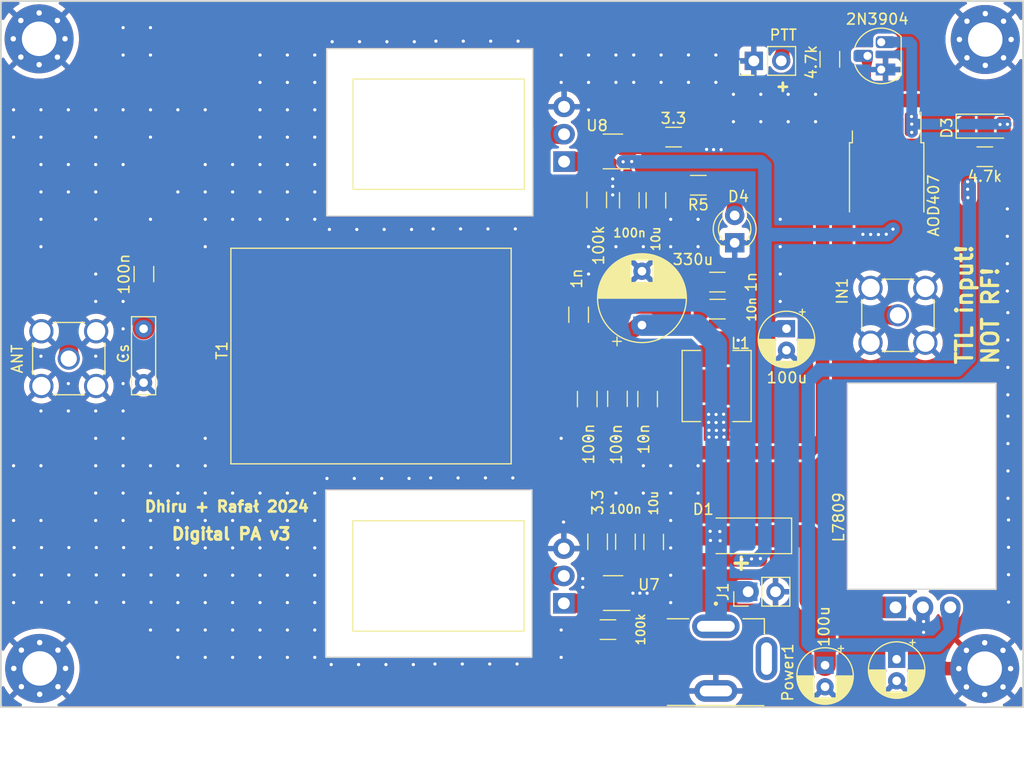
<source format=kicad_pcb>
(kicad_pcb (version 20240703) (generator "pcbnew") (generator_version "8.99")
  (title_block (date "2023-11-21") (comment 1 "VU3CER's Push-Pull PA board"))
  (layers (0 "F.Cu" signal) (31 "B.Cu" signal) (34 "B.Paste" user) (35 "F.Paste" user) (36 "B.SilkS" user "B.Silkscreen") (37 "F.SilkS" user "F.Silkscreen") (38 "B.Mask" user) (39 "F.Mask" user) (44 "Edge.Cuts" user))
  (net 0 "")
  (net 1 "GND")
  (net 2 "Net-(RF1-In)")
  (net 3 "Net-(T1-S2)")
  (net 4 "+VDC")
  (net 5 "9V")
  (net 6 "Net-(D1-K)")
  (net 7 "Net-(Q3-D)")
  (net 8 "+9V")
  (net 9 "Net-(Q4-D)")
  (net 10 "Net-(Q3-G)")
  (net 11 "Net-(Q4-G)")
  (net 12 "Net-(IN1-In)")
  (net 13 "PTT")
  (net 15 "Net-(D3-A)")
  (net 16 "Net-(Q2-B)")
  (net 17 "Net-(D4-Pad2)")
  (net 18 "Net-(R8-Pad1)")
  (net 19 "Net-(R9-Pad1)")
  (net 20 "Net-(T1-PM)")
  (footprint "footprints:BN-43-3312-Modded" (layer "F.Cu") (at 76.19 63.87)
    (property "Reference" "T1")
    (property "Value" "Two 61-mix cylindrical cores, 1T+1T:3T" (hide yes))
  )
  (footprint "Capacitor_THT:CP_Radial_D5.0mm_P2.00mm" (layer "F.Cu") (at 114.73 61.33 -90)
    (property "Reference" "C3" (hide yes))
    (property "Value" "100u")
  )
  (footprint "Capacitor_SMD:C_1206_3216Metric_Pad1.33x1.80mm_HandSolder" (layer "F.Cu") (at 108.34 59.52)
    (property "Reference" "C18" (hide yes))
    (property "Value" "10n")
  )
  (footprint "Resistor_SMD:R_1206_3216Metric_Pad1.30x1.75mm_HandSolder" (layer "F.Cu") (at 97.128 49.386 90)
    (property "Reference" "R1" (hide yes))
    (property "Value" "100k")
  )
  (footprint "Package_TO_SOT_SMD:SOT-23-5_HandSoldering" (layer "F.Cu") (at 98.6325 44.89 180)
    (property "Reference" "U8")
    (property "Value" "UCC27517A" (hide yes))
  )
  (footprint "Capacitor_SMD:C_1206_3216Metric_Pad1.33x1.80mm_HandSolder" (layer "F.Cu") (at 108.32 57.01)
    (property "Reference" "C17" (hide yes))
    (property "Value" "1n")
  )
  (footprint "MountingHole:MountingHole_3.2mm_M3_Pad_Via" (layer "F.Cu") (at 45.4 34.44)
    (property "Reference" "H1" (hide yes))
    (property "Value" "MountingHole_Pad" (hide yes))
  )
  (footprint "Resistor_SMD:R_1206_3216Metric_Pad1.30x1.75mm_HandSolder" (layer "F.Cu") (at 106.55 48.025 180)
    (property "Reference" "R5")
    (property "Value" "2k" (hide yes))
  )
  (footprint "Package_TO_SOT_SMD:SOT-23-5_HandSoldering" (layer "F.Cu") (at 98.6475 85.86 180)
    (property "Reference" "U7")
    (property "Value" "UCC27517A" (hide yes))
  )
  (footprint "Resistor_SMD:R_1206_3216Metric_Pad1.30x1.75mm_HandSolder" (layer "F.Cu") (at 133.13 45.38)
    (property "Reference" "R3" (hide yes))
    (property "Value" "4.7k")
  )
  (footprint "Diode_SMD:D_SMA_Handsoldering" (layer "F.Cu") (at 110.6975 80.55 180)
    (property "Reference" "D1")
    (property "Value" "SS54" (hide yes))
  )
  (footprint "Connector_Coaxial:SMA_Amphenol_901-144_Vertical" (layer "F.Cu") (at 48.15 64.11 180)
    (property "Reference" "RF1" (hide yes))
    (property "Value" "ANT")
  )
  (footprint "Connector_Coaxial:SMA_Amphenol_901-144_Vertical" (layer "F.Cu") (at 125.07 60.09)
    (property "Reference" "IN1")
    (property "Value" "Conn_Coaxial" (hide yes))
  )
  (footprint "Capacitor_SMD:C_1206_3216Metric_Pad1.33x1.80mm_HandSolder" (layer "F.Cu") (at 55.12 56.27 -90)
    (property "Reference" "B5" (hide yes))
    (property "Value" "100n")
  )
  (footprint "Package_TO_SOT_THT:TO-92_HandSolder" (layer "F.Cu") (at 123.52 37.29 90)
    (property "Reference" "Q2" (hide yes))
    (property "Value" "2N3904")
  )
  (footprint "Resistor_SMD:R_1206_3216Metric_Pad1.30x1.75mm_HandSolder" (layer "F.Cu") (at 118.755 36.34 90)
    (property "Reference" "R4" (hide yes))
    (property "Value" "4.7k")
  )
  (footprint "Capacitor_THT:CP_Radial_D5.0mm_P2.00mm" (layer "F.Cu") (at 124.95 92 -90)
    (property "Reference" "C2" (hide yes))
    (property "Value" "100u")
  )
  (footprint "Capacitor_SMD:C_1206_3216Metric_Pad1.33x1.80mm_HandSolder" (layer "F.Cu") (at 102.41 81.1175 90)
    (property "Reference" "C12" (hide yes))
    (property "Value" "10u")
  )
  (footprint "MountingHole:MountingHole_3.2mm_M3_Pad_Via" (layer "F.Cu") (at 133.12 92.87)
    (property "Reference" "H4" (hide yes))
    (property "Value" "MountingHole_Pad" (hide yes))
  )
  (footprint "MountingHole:MountingHole_3.2mm_M3_Pad_Via" (layer "F.Cu") (at 133.172944 34.502944)
    (property "Reference" "H2" (hide yes))
    (property "Value" "MountingHole_Pad" (hide yes))
  )
  (footprint "Capacitor_SMD:C_1206_3216Metric_Pad1.33x1.80mm_HandSolder" (layer "F.Cu") (at 102.62 49.43 -90)
    (property "Reference" "C13" (hide yes))
    (property "Value" "10u")
  )
  (footprint "Capacitor_SMD:C_1206_3216Metric_Pad1.33x1.80mm_HandSolder" (layer "F.Cu") (at 96.25 67.8625 90)
    (property "Reference" "B4" (hide yes))
    (property "Value" "100n")
  )
  (footprint "Capacitor_SMD:C_1206_3216Metric_Pad1.33x1.80mm_HandSolder" (layer "F.Cu") (at 95.45 60.0375 90)
    (property "Reference" "C15" (hide yes))
    (property "Value" "1n")
  )
  (footprint "Capacitor_THT:CP_Radial_D8.0mm_P5.00mm" (layer "F.Cu") (at 101.325 61 90)
    (property "Reference" "C7" (hide yes))
    (property "Value" "330u")
  )
  (footprint "Package_TO_SOT_THT:TO-220-3_Horizontal_TabDown" (layer "F.Cu") (at 124.85 87.18)
    (property "Reference" "U1" (hide yes))
    (property "Value" "L7809")
  )
  (footprint "MountingHole:MountingHole_3.2mm_M3_Pad_Via" (layer "F.Cu") (at 45.45 92.85)
    (property "Reference" "H3" (hide yes))
    (property "Value" "MountingHole_Pad" (hide yes))
  )
  (footprint "Diode_SMD:D_MiniMELF" (layer "F.Cu") (at 133.13 42.54)
    (property "Reference" "D3")
    (property "Value" "5.1V" (hide yes))
  )
  (footprint "Capacitor_THT:C_Rect_L7.0mm_W2.0mm_P5.00mm" (layer "F.Cu") (at 55.09 66.34 90)
    (property "Reference" "C10" (hide yes))
    (property "Value" "Cs")
  )
  (footprint "footprints:L_6.3x6.3_H3-Longer" (layer "F.Cu") (at 108.25 66.65 -90)
    (property "Reference" "L1")
    (property "Value" "ASPI-0630LR-2R2" (hide yes))
  )
  (footprint "Capacitor_THT:CP_Radial_D5.0mm_P2.00mm" (layer "F.Cu") (at 118.31 92.55 -90)
    (property "Reference" "C5" (hide yes))
    (property "Value" "100u" (hide yes))
  )
  (footprint "Capacitor_SMD:C_1206_3216Metric_Pad1.33x1.80mm_HandSolder" (layer "F.Cu") (at 101.85 67.8625 90)
    (property "Reference" "C16" (hide yes))
    (property "Value" "10n")
  )
  (footprint "Capacitor_SMD:C_1206_3216Metric_Pad1.33x1.80mm_HandSolder" (layer "F.Cu") (at 99.79 81.1 -90)
    (property "Reference" "B1" (hide yes))
    (property "Value" "100n")
  )
  (footprint "footprints:TO-220-3_Horizontal_TabDown" (layer "F.Cu") (at 94.08 86.81 90)
    (property "Reference" "Q4" (hide yes))
    (property "Value" "IRF510" (hide yes))
  )
  (footprint "Connector_PinHeader_2.54mm:PinHeader_1x02_P2.54mm_Vertical" (layer "F.Cu") (at 111.705 36.49 90)
    (property "Reference" "PTT1" (hide yes))
    (property "Value" "PTT")
  )
  (footprint "footprints:TO-252-2-Mod" (layer "F.Cu") (at 124.025 47.39 -90)
    (property "Reference" "Q1" (hide yes))
    (property "Value" "AOD407")
  )
  (footprint "Capacitor_SMD:C_1206_3216Metric_Pad1.33x1.80mm_HandSolder" (layer "F.Cu") (at 99.05 67.8375 90)
    (property "Reference" "B3" (hide yes))
    (property "Value" "100n")
  )
  (footprint "LED_THT:LED_D3.0mm" (layer "F.Cu") (at 109.925 53.365 90)
    (property "Reference" "D4")
    (property "Value" "LED_3mm" (hide yes))
  )
  (footprint "Resistor_SMD:R_1206_3216Metric_Pad1.30x1.75mm_HandSolder" (layer "F.Cu") (at 98.17 89.25 180)
    (property "Reference" "R2" (hide yes))
    (property "Value" "100k")
  )
  (footprint "Resistor_SMD:R_1206_3216Metric_Pad1.30x1.75mm_HandSolder" (layer "F.Cu") (at 104.26 43.56)
    (property "Reference" "R8" (hide yes))
    (property "Value" "3.3")
  )
  (footprint "footprints:TO-220-3_Horizontal_TabDown" (layer "F.Cu") (at 94.1 45.83 90)
    (property "Reference" "Q3" (hide yes))
    (property "Value" "IRF510" (hide yes))
  )
  (footprint "Resistor_SMD:R_1206_3216Metric_Pad1.30x1.75mm_HandSolder" (layer "F.Cu") (at 97.21 81.1 90)
    (property "Reference" "R9" (hide yes))
    (property "Value" "3.3")
  )
  (footprint "Connector_PinHeader_2.54mm:PinHeader_1x02_P2.54mm_Vertical" (layer "F.Cu") (at 111.175 85.735 90)
    (property "Reference" "J1")
    (property "Value" "FAN")
  )
  (footprint "Capacitor_SMD:C_1206_3216Metric_Pad1.33x1.80mm_HandSolder" (layer "F.Cu") (at 100.15 49.42 90)
    (property "Reference" "B2" (hide yes))
    (property "Value" "100n")
  )
  (footprint "footprints:XKB_DC-005-5A-2.0_Modded" (layer "F.Cu") (at 108.18 94.94 90)
    (property "Reference" "Power1")
    (property "Value" "DC-005 (Barrel Jack)" (hide yes))
  )
  (gr_rect (start 120.39 66.4) (end 134.17 85.5) (stroke (width 0.1)) (fill none) (layer "Edge.Cuts"))
  (gr_rect (start 72 76.3) (end 91.1 91.8) (stroke (width 0.1)) (fill none) (layer "Edge.Cuts"))
  (gr_rect (start 41.86 30.94) (end 136.68 96.44) (stroke (width 0.15)) (fill none) (layer "Edge.Cuts"))
  (gr_rect (start 72.08 35.36) (end 91.18 50.86) (stroke (width 0.1)) (fill none) (layer "Edge.Cuts"))
  (gr_text "Digital PA v3" (at 57.56 81.02 0) (layer "F.SilkS") (effects (font (size 1.1 1.1) (thickness 0.275) (bold yes)) (justify left bottom)))
  (gr_text "+" (at 113.61 39.41 0) (layer "F.SilkS") (effects (font (size 1 1) (thickness 0.25) (bold yes)) (justify left bottom)))
  (gr_text "TTL input!\nNOT RF!" (at 134.53 64.8 90) (layer "F.SilkS") (effects (font (size 1.5 1.5) (thickness 0.3) (bold yes)) (justify left bottom)))
  (gr_text "+" (at 111.66 83.86 0) (layer "F.SilkS") (effects (font (size 1.5 1.5) (thickness 0.3) (bold yes)) (justify left bottom mirror)))
  (gr_text "Dhiru + Rafał 2024" (at 55.07 78.42 0) (layer "F.SilkS") (effects (font (size 1 1) (thickness 0.25) (bold yes)) (justify left bottom)))
  (segment (start 127.39 87.18) (end 127.39 90.94) (width 1.25) (layer "F.Cu") (net 1))
  (segment (start 127.39 90.94) (end 129.32 92.87) (width 1.25) (layer "F.Cu") (net 1))
  (segment (start 129.32 92.87) (end 133.12 92.87) (width 1.25) (layer "F.Cu") (net 1))
  (via (at 103.99 53.725) (size 0.6) (drill 0.3) (layers "F.Cu" "B.Cu") (net 1))
  (via (at 63.35 84.205) (size 0.6) (drill 0.3) (layers "F.Cu" "B.Cu") (net 1))
  (via (at 58.27 86.745) (size 0.6) (drill 0.3) (layers "F.Cu" "B.Cu") (net 1))
  (via (at 79.72 75.225) (size 0.6) (drill 0.3) (layers "F.Cu" "B.Cu") (net 1))
  (via (at 50.65 71.505) (size 0.6) (drill 0.3) (layers "F.Cu" "B.Cu") (net 1))
  (via (at 53.19 71.505) (size 0.6) (drill 0.3) (layers "F.Cu" "B.Cu") (net 1))
  (via (at 109.81 39.59) (size 0.6) (drill 0.3) (layers "F.Cu" "B.Cu") (net 1))
  (via (at 45.57 74.045) (size 0.6) (drill 0.3) (layers "F.Cu" "B.Cu") (net 1))
  (via (at 50.65 43.565) (size 0.6) (drill 0.3) (layers "F.Cu" "B.Cu") (net 1))
  (via (at 53.19 41.025) (size 0.6) (drill 0.3) (layers "F.Cu" "B.Cu") (net 1))
  (via (at 68.43 89.285) (size 0.6) (drill 0.3) (layers "F.Cu" "B.Cu") (net 1))
  (via (at 135.33 86.695) (size 0.6) (drill 0.3) (layers "F.Cu" "B.Cu") (net 1))
  (via (at 53.19 74.045) (size 0.6) (drill 0.3) (layers "F.Cu" "B.Cu") (net 1))
  (via (at 135.28 71.99) (size 0.6) (drill 0.3) (layers "F.Cu" "B.Cu") (net 1))
  (via (at 50.65 56.265) (size 0.6) (drill 0.3) (layers "F.Cu" "B.Cu") (net 1))
  (via (at 68.43 84.205) (size 0.6) (drill 0.3) (layers "F.Cu" "B.Cu") (net 1))
  (via (at 48.11 41.025) (size 0.6) (drill 0.3) (layers "F.Cu" "B.Cu") (net 1))
  (via (at 50.65 74.045) (size 0.6) (drill 0.3) (layers "F.Cu" "B.Cu") (net 1))
  (via (at 63.35 48.645) (size 0.6) (drill 0.3) (layers "F.Cu" "B.Cu") (net 1))
  (via (at 45.57 63.885) (size 0.6) (drill 0.3) (layers "F.Cu" "B.Cu") (net 1))
  (via (at 53.19 79.125) (size 0.6) (drill 0.3) (layers "F.Cu" "B.Cu") (net 1))
  (via (at 58.27 79.125) (size 0.6) (drill 0.3) (layers "F.Cu" "B.Cu") (net 1))
  (via (at 98.61 48.13) (size 0.6) (drill 0.3) (layers "F.Cu" "B.Cu") (net 1))
  (via (at 77.575 92.49) (size 0.6) (drill 0.3) (layers "F.Cu" "B.Cu") (net 1))
  (via (at 65.89 79.125) (size 0.6) (drill 0.3) (layers "F.Cu" "B.Cu") (net 1))
  (via (at 103.99 74.045) (size 0.6) (drill 0.3) (layers "F.Cu" "B.Cu") (net 1))
  (via (at 93.83 91.825) (size 0.6) (drill 0.3) (layers "F.Cu" "B.Cu") (net 1))
  (via (at 106.53 51.185) (size 0.6) (drill 0.3) (layers "F.Cu" "B.Cu") (net 1))
  (via (at 84.75 34.66) (size 0.6) (drill 0.3) (layers "F.Cu" "B.Cu") (net 1))
  (via (at 53.19 61.345) (size 0.6) (drill 0.3) (layers "F.Cu" "B.Cu") (net 1))
  (via (at 53.19 63.885) (size 0.6) (drill 0.3) (layers "F.Cu" "B.Cu") (net 1))
  (via (at 68.43 81.665) (size 0.6) (drill 0.3) (layers "F.Cu" "B.Cu") (net 1))
  (via (at 93.83 38.485) (size 0.6) (drill 0.3) (layers "F.Cu" "B.Cu") (net 1))
  (via (at 100.49 85.87) (size 0.6) (drill 0.3) (layers "F.Cu" "B.Cu") (net 1))
  (via (at 58.27 41.025) (size 0.6) (drill 0.3) (layers "F.Cu" "B.Cu") (net 1))
  (via (at 53.24 84.18) (size 0.6) (drill 0.3) (layers "F.Cu" "B.Cu") (net 1))
  (via (at 65.89 43.565) (size 0.6) (drill 0.3) (layers "F.Cu" "B.Cu") (net 1))
  (via (at 50.65 48.645) (size 0.6) (drill 0.3) (layers "F.Cu" "B.Cu") (net 1))
  (via (at 63.35 51.185) (size 0.6) (drill 0.3) (layers "F.Cu" "B.Cu") (net 1))
  (via (at 58.27 91.825) (size 0.6) (drill 0.3) (layers "F.Cu" "B.Cu") (net 1))
  (via (at 135.22 55.3) (size 0.6) (drill 0.3) (layers "F.Cu" "B.Cu") (net 1))
  (via (at 50.65 68.965) (size 0.6) (drill 0.3) (layers "F.Cu" "B.Cu") (net 1))
  (via (at 68.43 35.945) (size 0.6) (drill 0.3) (layers "F.Cu" "B.Cu") (net 1))
  (via (at 82.21 34.66) (size 0.6) (drill 0.3) (layers "F.Cu" "B.Cu") (net 1))
  (via (at 70.97 86.745) (size 0.6) (drill 0.3) (layers "F.Cu" "B.Cu") (net 1))
  (via (at 70.97 91.825) (size 0.6) (drill 0.3) (layers "F.Cu" "B.Cu") (net 1))
  (via (at 110.25 62.405) (size 0.6) (drill 0.3) (layers "F.Cu" "B.Cu") (net 1))
  (via (at 103.99 86.745) (size 0.6) (drill 0.3) (layers "F.Cu" "B.Cu") (net 1))
  (via (at 48.11 68.965) (size 0.6) (drill 0.3) (layers "F.Cu" "B.Cu") (net 1))
  (via (at 55.73 35.945) (size 0.6) (drill 0.3) (layers "F.Cu" "B.Cu") (net 1))
  (via (at 89.575 52.075) (size 0.6) (drill 0.3) (layers "F.Cu" "B.Cu") (net 1))
  (via (at 103.1 35.94) (size 0.6) (drill 0.3) (layers "F.Cu" "B.Cu") (net 1))
  (via (at 135.22 50.22) (size 0.6) (drill 0.3) (layers "F.Cu" "B.Cu") (net 1))
  (via (at 65.89 35.945) (size 0.6) (drill 0.3) (layers "F.Cu" "B.Cu") (net 1))
  (via (at 68.43 41.025) (size 0.6) (drill 0.3) (layers "F.Cu" "B.Cu") (net 1))
  (via (at 50.7 81.64) (size 0.6) (drill 0.3) (layers "F.Cu" "B.Cu") (net 1))
  (via (at 48.16 81.64) (size 0.6) (drill 0.3) (layers "F.Cu" "B.Cu") (net 1))
  (via (at 65.89 48.645) (size 0.6) (drill 0.3) (layers "F.Cu" "B.Cu") (net 1))
  (via (at 98.61 48.92) (size 0.6) (drill 0.3) (layers "F.Cu" "B.Cu") (net 1))
  (via (at 70.97 38.485) (size 0.6) (drill 0.3) (layers "F.Cu" "B.Cu") (net 1))
  (via (at 112.35 39.59) (size 0.6) (drill 0.3) (layers "F.Cu" "B.Cu") (net 1))
  (via (at 98.91 53.725) (size 0.6) (drill 0.3) (layers "F.Cu" "B.Cu") (net 1))
  (via (at 68.43 86.745) (size 0.6) (drill 0.3) (layers "F.Cu" "B.Cu") (net 1))
  (via (at 65.89 51.185) (size 0.6) (drill 0.3) (layers "F.Cu" "B.Cu") (net 1))
  (via (at 53.19 33.405) (size 0.6) (drill 0.3) (layers "F.Cu" "B.Cu") (net 1))
  (via (at 45.57 43.565) (size 0.6) (drill 0.3) (layers "F.Cu" "B.Cu") (net 1))
  (via (at 101.13 85.87) (size 0.6) (drill 0.3) (layers "F.Cu" "B.Cu") (net 1))
  (via (at 93.83 71.505) (size 0.6) (drill 0.3) (layers "F.Cu" "B.Cu") (net 1))
  (via (at 96.37 71.505) (size 0.6) (drill 0.3) (layers "F.Cu" "B.Cu") (net 1))
  (via (at 65.89 84.205) (size 0.6) (drill 0.3) (layers "F.Cu" "B.Cu") (net 1))
  (via (at 65.89 86.745) (size 0.6) (drill 0.3) (layers "F.Cu" "B.Cu") (net 1))
  (via (at 117.43 42.13) (size 0.6) (drill 0.3) (layers "F.Cu" "B.Cu") (net 1))
  (via (at 114.89 39.59) (size 0.6) (drill 0.3) (layers "F.Cu" "B.Cu") (net 1))
  (via (at 101.45 71.505) (size 0.6) (drill 0.3) (layers "F.Cu" "B.Cu") (net 1))
  (via (at 70.97 51.185) (size 0.6) (drill 0.3) (layers "F.Cu" "B.Cu") (net 1))
  (via (at 43.03 86.745) (size 0.6) (drill 0.3) (layers "F.Cu" "B.Cu") (net 1))
  (via (at 60.81 71.505) (size 0.6) (drill 0.3) (layers "F.Cu" "B.Cu") (net 1))
  (via (at 60.81 48.645) (size 0.6) (drill 0.3) (layers "F.Cu" "B.Cu") (net 1))
  (via (at 135.22 57.84) (size 0.6) (drill 0.3) (layers "F.Cu" "B.Cu") (net 1))
  (via (at 103.1 38.48) (size 0.6) (drill 0.3) (layers "F.Cu" "B.Cu") (net 1))
  (via (at 50.65 41.025) (size 0.6) (drill 0.3) (layers "F.Cu" "B.Cu") (net 1))
  (via (at 65.89 41.025) (size 0.6) (drill 0.3) (layers "F.Cu" "B.Cu") (net 1))
  (via (at 50.65 76.585) (size 0.6) (drill 0.3) (layers "F.Cu" "B.Cu") (net 1))
  (via (at 89.74 92.44) (size 0.6) (drill 0.3) (layers "F.Cu" "B.Cu") (net 1))
  (via (at 50.65 79.125) (size 0.6) (drill 0.3) (layers "F.Cu" "B.Cu") (net 1))
  (via (at 53.24 81.64) (size 0.6) (drill 0.3) (layers "F.Cu" "B.Cu") (net 1))
  (via (at 98.91 38.485) (size 0.6) (drill 0.3) (layers "F.Cu" "B.Cu") (net 1))
  (via (at 95.83 85.32) (size 0.6) (drill 0.3) (layers "F.Cu" "B.Cu") (net 1))
  (via (at 72.1 75.225) (size 0.6) (drill 0.3) (layers "F.Cu" "B.Cu") (net 1))
  (via (at 43.03 41.025) (size 0.6) (drill 0.3) (layers "F.Cu" "B.Cu") (net 1))
  (via (at 70.97 43.565) (size 0.6) (drill 0.3) (layers "F.Cu" "B.Cu") (net 1))
  (via (at 135.28 77.07) (size 0.6) (drill 0.3) (layers "F.Cu" "B.Cu") (net 1))
  (via (at 84.66 92.44) (size 0.6) (drill 0.3) (layers "F.Cu" "B.Cu") (net 1))
  (via (at 105.64 35.94) (size 0.6) (drill 0.3) (layers "F.Cu" "B.Cu") (net 1))
  (via (at 55.78 81.64) (size 0.6) (drill 0.3) (layers "F.Cu" "B.Cu") (net 1))
  (via (at 63.35 76.585) (size 0.6) (drill 0.3) (layers "F.Cu" "B.Cu") (net 1))
  (via (at 103.99 79.125) (size 0.6) (drill 0.3) (layers "F.Cu" "B.Cu") (net 1))
  (via (at 114.15 56.265) (size 0.6) (drill 0.3) (layers "F.Cu" "B.Cu") (net 1))
  (via (at 93.83 35.945) (size 0.6) (drill 0.3) (layers "F.Cu" "B.Cu") (net 1))
  (via (at 68.43 91.825) (size 0.6) (drill 0.3) (layers "F.Cu" "B.Cu") (net 1))
  (via (at 103.99 84.205) (size 0.6) (drill 0.3) (layers "F.Cu" "B.Cu") (net 1))
  (via (at 114.15 51.185) (size 0.6) (drill 0.3) (layers "F.Cu" "B.Cu") (net 1))
  (via (at 48.16 84.18) (size 0.6) (drill 0.3) (layers "F.Cu" "B.Cu") (net 1))
  (via (at 53.19 46.105) (size 0.6) (drill 0.3) (layers "F.Cu" "B.Cu") (net 1))
  (via (at 58.27 74.045) (size 0.6) (drill 0.3) (layers "F.Cu" "B.Cu") (net 1))
  (via (at 80.205 34.71) (size 0.6) (drill 0.3) (layers "F.Cu" "B.Cu") (net 1))
  (via (at 82.12 92.44) (size 0.6) (drill 0.3) (layers "F.Cu" "B.Cu") (net 1))
  (via (at 98.91 71.505) (size 0.6) (drill 0.3) (layers "F.Cu" "B.Cu") (net 1))
  (via (at 100.56 35.94) (size 0.6) (drill 0.3) (layers "F.Cu" "B.Cu") (net 1))
  (via (at 81.725 75.175) (size 0.6) (drill 0.3) (layers "F.Cu" "B.Cu") (net 1))
  (via (at 135.22 52.76) (size 0.6) (drill 0.3) (layers "F.Cu" "B.Cu") (net 1))
  (via (at 74.87 52.125) (size 0.6) (drill 0.3) (layers "F.Cu" "B.Cu") (net 1))
  (via (at 72.495 92.49) (size 0.6) (drill 0.3) (layers "F.Cu" "B.Cu") (net 1))
  (via (at 50.7 84.18) (size 0.6) (drill 0.3) (layers "F.Cu" "B.Cu") (net 1))
  (via (at 65.89 38.485) (size 0.6) (drill 0.3) (layers "F.Cu" "B.Cu") (net 1))
  (via (at 45.57 53.725) (size 0.6) (drill 0.3) (layers "F.Cu" "B.Cu") (net 1))
  (via (at 80.115 92.49) (size 0.6) (drill 0.3) (layers "F.Cu" "B.Cu") (net 1))
  (via (at 135.33 81.615) (size 0.6) (drill 0.3) (layers "F.Cu" "B.Cu") (net 1))
  (via (at 74.64 75.225) (size 0.6) (drill 0.3) (layers "F.Cu" "B.Cu") (net 1))
  (via (at 65.89 89.285) (size 0.6) (drill 0.3) (layers "F.Cu" "B.Cu") (net 1))
  (via (at 50.65 58.805) (size 0.6) (drill 0.3) (layers "F.Cu" "B.Cu") (net 1))
  (via (at 43.03 79.125) (size 0.6) (drill 0.3) (layers "F.Cu" "B.Cu") (net 1))
  (via (at 101.45 74.045) (size 0.6) (drill 0.3) (layers "F.Cu" "B.Cu") (net 1))
  (via (at 60.81 53.725) (size 0.6) (drill 0.3) (layers "F.Cu" "B.Cu") (net 1))
  (via (at 77.18 75.225) (size 0.6) (drill 0.3) (layers "F.Cu" "B.Cu") (net 1))
  (via (at 60.81 86.745) (size 0.6) (drill 0.3) (layers "F.Cu" "B.Cu") (net 1))
  (via (at 58.27 89.285) (size 0.6) (drill 0.3) (layers "F.Cu" "B.Cu") (net 1))
  (via (at 106.53 74.045) (size 0.6) (drill 0.3) (layers "F.Cu" "B.Cu") (net 1))
  (via (at 43.08 84.18) (size 0.6) (drill 0.3) (layers "F.Cu" "B.Cu") (net 1))
  (via (at 105.64 38.48) (size 0.6) (drill 0.3) (layers "F.Cu" "B.Cu") (net 1))
  (via (at 60.81 84.205) (size 0.6) (drill 0.3) (layers "F.Cu" "B.Cu") (net 1))
  (via (at 103.99 51.185) (size 0.6) (drill 0.3) (layers "F.Cu" "B.Cu") (net 1))
  (via (at 68.43 38.485) (size 0.6) (drill 0.3) (layers "F.Cu" "B.Cu") (net 1))
  (via (at 58.27 81.665) (size 0.6) (drill 0.3) (layers "F.Cu" "B.Cu") (net 1))
  (via (at 70.97 89.285) (size 0.6) (drill 0.3) (layers "F.Cu" "B.Cu") (net 1))
  (via (at 45.57 48.645) (size 0.6) (drill 0.3) (layers "F.Cu" "B.Cu") (net 1))
  (via (at 53.19 68.965) (size 0.6) (drill 0.3) (layers "F.Cu" "B.Cu") (net 1))
  (via (at 114.15 53.725) (size 0.6) (drill 0.3) (layers "F.Cu" "B.Cu") (net 1))
  (via (at 63.35 79.125) (size 0.6) (drill 0.3) (layers "F.Cu" "B.Cu") (net 1))
  (via (at 65.89 46.105) (size 0.6) (drill 0.3) (layers "F.Cu" "B.Cu") (net 1))
  (via (at 135.28 69.45) (size 0.6) (drill 0.3) (layers "F.Cu" "B.Cu") (net 1))
  (via (at 48.16 86.72) (size 0.6) (drill 0.3) (layers "F.Cu" "B.Cu") (net 1))
  (via (at 96.37 41.025) (size 0.6) (drill 0.3) (layers "F.Cu" "B.Cu") (net 1))
  (via (at 65.89 91.825) (size 0.6) (drill 0.3) (layers "F.Cu" "B.Cu") (net 1))
  (via (at 135.27 67.465) (size 0.6) (drill 0.3) (layers "F.Cu" "B.Cu") (net 1))
  (via (at 55.73 76.585) (size 0.6) (drill 0.3) (layers "F.Cu" "B.Cu") (net 1))
  (via (at 63.35 86.745) (size 0.6) (drill 0.3) (layers "F.Cu" "B.Cu") (net 1))
  (via (at 63.35 91.825) (size 0.6) (drill 0.3) (layers "F.Cu" "B.Cu") (net 1))
  (via (at 55.78 84.18) (size 0.6) (drill 0.3) (layers "F.Cu" "B.Cu") (net 1))
  (via (at 135.27 59.845) (size 0.6) (drill 0.3) (layers "F.Cu" "B.Cu") (net 1))
  (via (at 60.81 89.285) (size 0.6) (drill 0.3) (layers "F.Cu" "B.Cu") (net 1))
  (via (at 60.81 51.185) (size 0.6) (drill 0.3) (layers "F.Cu" "B.Cu") (net 1))
  (via (at 50.65 63.885) (size 0.6) (drill 0.3) (layers "F.Cu" "B.Cu") (net 1))
  (via (at 45.57 68.965) (size 0.6) (drill 0.3) (layers "F.Cu" "B.Cu") (net 1))
  (via (at 58.27 76.585) (size 0.6) (drill 0.3) (layers "F.Cu" "B.Cu") (net 1))
  (via (at 84.495 52.075) (size 0.6) (drill 0.3) (layers "F.Cu" "B.Cu") (net 1))
  (via (at 89.345 75.175) (size 0.6) (drill 0.3) (layers "F.Cu" "B.Cu") (net 1))
  (via (at 103.99 81.665) (size 0.6) (drill 0.3) (layers "F.Cu" "B.Cu") (net 1))
  (via (at 70.97 46.105) (size 0.6) (drill 0.3) (layers "F.Cu" "B.Cu") (net 1))
  (via (at 58.27 48.645) (size 0.6) (drill 0.3) (layers "F.Cu" "B.Cu") (net 1))
  (via (at 81.955 52.075) (size 0.6) (drill 0.3) (layers "F.Cu" "B.Cu") (net 1))
  (via (at 96.37 38.485) (size 0.6) (drill 0.3) (layers "F.Cu" "B.Cu") (net 1))
  (via (at 53.19 58.805) (size 0.6) (drill 0.3) (layers "F.Cu" "B.Cu") (net 1))
  (via (at 70.97 81.665) (size 0.6) (drill 0.3) (layers "F.Cu" "B.Cu") (net 1))
  (via (at 43.03 43.565) (size 0.6) (drill 0.3) (layers "F.Cu" "B.Cu") (net 1))
  (via (at 58.27 84.205) (size 0.6) (drill 0.3) (layers "F.Cu" "B.Cu") (net 1))
  (via (at 127.45 89.5) (size 0.6) (drill 0.3) (layers "F.Cu" "B.Cu") (net 1))
  (via (at 70.97 76.585) (size 0.6) (drill 0.3) (layers "F.Cu" "B.Cu") (net 1))
  (via (at 50.7 86.72) (size 0.6) (drill 0.3) (layers "F.Cu" "B.Cu") (net 1))
  (via (at 60.81 46.105) (size 0.6) (drill 0.3) (layers "F.Cu" "B.Cu") (net 1))
  (via (at 53.19 66.425) (size 0.6) (drill 0.3) (layers "F.Cu" "B.Cu") (net 1))
  (via (at 75.035 92.49) (size 0.6) (drill 0.3) (layers "F.Cu" "B.Cu") (net 1))
  (via (at 60.81 41.025) (size 0.6) (drill 0.3) (layers "F.Cu" "B.Cu") (net 1))
  (via (at 93.83 89.285) (size 0.6) (drill 0.3) (layers "F.Cu" "B.Cu") (net 1))
  (via (at 72.585 34.71) (size 0.6) (drill 0.3) (layers "F.Cu" "B.Cu") (net 1))
  (via (at 50.65 51.185) (size 0.6) (drill 0.3) (layers "F.Cu" "B.Cu") (net 1))
  (via (at 135.28 74.53) (size 0.6) (drill 0.3) (layers "F.Cu" "B.Cu") (net 1))
  (via (at 77.41 52.125) (size 0.6) (drill 0.3) (layers "F.Cu" "B.Cu") (net 1))
  (via (at 96.37 35.945) (size 0.6) (drill 0.3) (layers "F.Cu" "B.Cu") (net 1))
  (via (at 55.73 41.025) (size 0.6) (drill 0.3) (layers "F.Cu" "B.Cu") (net 1))
  (via (at 70.97 41.025) (size 0.6) (drill 0.3) (layers "F.Cu" "B.Cu") (net 1))
  (via (at 65.89 81.665) (size 0.6) (drill 0.3) (layers "F.Cu" "B.Cu") (net 1))
  (via (at 70.97 79.125) (size 0.6) (drill 0.3) (layers "F.Cu" "B.Cu") (net 1))
  (via (at 112.35 42.13) (size 0.6) (drill 0.3) (layers "F.Cu" "B.Cu") (net 1))
  (via (at 53.19 35.945) (size 0.6) (drill 0.3) (layers "F.Cu" "B.Cu") (net 1))
  (via (at 68.43 51.185) (size 0.6) (drill 0.3) (layers "F.Cu" "B.Cu") (net 1))
  (via (at 98.91 76.585) (size 0.6) (drill 0.3) (layers "F.Cu" "B.Cu") (net 1))
  (via (at 95.83 84.52) (size 0.6) (drill 0.3) (layers "F.Cu" "B.Cu") (net 1))
  (via (at 50.65 46.105) (size 0.6) (drill 0.3) (layers "F.Cu" "B.Cu") (net 1))
  (via (at 55.73 33.405) (size 0.6) (drill 0.3) (layers "F.Cu" "B.Cu") (net 1))
  (via (at 53.24 86.72) (size 0.6) (drill 0.3) (layers "F.Cu" "B.Cu") (net 1))
  (via (at 55.73 51.185) (size 0.6) (drill 0.3) (layers "F.Cu" "B.Cu") (net 1))
  (via (at 70.97 35.945) (size 0.6) (drill 0.3) (layers "F.Cu" "B.Cu") (net 1))
  (via (at 101.45 76.585) (size 0.6) (drill 0.3) (layers "F.Cu" "B.Cu") (net 1))
  (via (at 108.67 44.72) (size 0.6) (drill 0.3) (layers "F.Cu" "B.Cu") (net 1))
  (via (at 60.81 91.825) (size 0.6) (drill 0.3) (layers "F.Cu" "B.Cu") (net 1))
  (via (at 68.43 43.565) (size 0.6) (drill 0.3) (layers "F.Cu" "B.Cu") (net 1))
  (via (at 108.18 38.48) (size 0.6) (drill 0.3) (layers "F.Cu" "B.Cu") (net 1))
  (via (at 135.33 79.075) (size 0.6) (drill 0.3) (layers "F.Cu" "B.Cu") (net 1))
  (via (at 55.73 74.045) (size 0.6) (drill 0.3) (layers "F.Cu" "B.Cu") (net 1))
  (via (at 45.57 51.185) (size 0.6) (drill 0.3) (layers "F.Cu" "B.Cu") (net 1))
  (via (at 45.62 81.64) (size 0.6) (drill 0.3) (layers "F.Cu" "B.Cu") (net 1))
  (via (at 89.83 34.66) (size 0.6) (drill 0.3) (layers "F.Cu" "B.Cu") (net 1))
  (via (at 86.805 75.175) (size 0.6) (drill 0.3) (layers "F.Cu" "B.Cu") (net 1))
  (via (at 84.265 75.175) (size 0.6) (drill 0.3) (layers "F.Cu" "B.Cu") (net 1))
  (via (at 55.78 86.72) (size 0.6) (drill 0.3) (layers "F.Cu" "B.Cu") (net 1))
  (via (at 77.665 34.71) (size 0.6) (drill 0.3) (layers "F.Cu" "B.Cu") (net 1))
  (via (at 94.05 79.27) (size 0.6) (drill 0.3) (layers "F.Cu" "B.Cu") (net 1))
  (via (at 114.89 42.13) (size 0.6) (drill 0.3) (layers "F.Cu" "B.Cu") (net 1))
  (via (at 48.11 46.105) (size 0.6) (drill 0.3) (layers "F.Cu" "B.Cu") (net 1))
  (via (at 45.62 84.18) (size 0.6) (drill 0.3) (layers "F.Cu" "B.Cu") (net 1))
  (via (at 101.45 53.725) (size 0.6) (drill 0.3) (layers "F.Cu" "B.Cu") (net 1))
  (via (at 53.19 76.585) (size 0.6) (drill 0.3) (layers "F.Cu" "B.Cu") (net 1))
  (via (at 45.57 79.125) (size 0.6) (drill 0.3) (layers "F.Cu" "B.Cu") (net 1))
  (via (at 63.35 46.105) (size 0.6) (drill 0.3) (layers "F.Cu" "B.Cu") (net 1))
  (via (at 45.57 41.025) (size 0.6) (drill 0.3) (layers "F.Cu" "B.Cu") (net 1))
  (via (at 106.53 76.585) (size 0.6) (drill 0.3) (layers "F.Cu" "B.Cu") (net 1))
  (via (at 96.37 56.265) (size 0.6) (drill 0.3) (layers "F.Cu" "B.Cu") (net 1))
  (via (at 55.73 43.565) (size 0.6) (drill 0.3) (layers "F.Cu" "B.Cu") (net 1))
  (via (at 55.73 79.125) (size 0.6) (drill 0.3) (layers "F.Cu" "B.Cu") (net 1))
  (via (at 63.35 89.285) (size 0.6) (drill 0.3) (layers "F.Cu" "B.Cu") (net 1))
  (via (at 60.81 79.125) (size 0.6) (drill 0.3) (layers "F.Cu" "B.Cu") (net 1))
  (via (at 100.56 38.48) (size 0.6) (drill 0.3) (layers "F.Cu" "B.Cu") (net 1))
  (via (at 106.53 53.725) (size 0.6) (drill 0.3) (layers "F.Cu" "B.Cu") (net 1))
  (via (at 48.11 66.425) (size 0.6) (drill 0.3) (layers "F.Cu" "B.Cu") (net 1))
  (via (at 55.73 89.285) (size 0.6) (drill 0.3) (layers "F.Cu" "B.Cu") (net 1))
  (via (at 68.43 76.585) (size 0.6) (drill 0.3) (layers "F.Cu" "B.Cu") (net 1))
  (via (at 68.43 79.125) (size 0.6) (drill 0.3) (layers "F.Cu" "B.Cu") (net 1))
  (via (at 135.27 62.385) (size 0.6) (drill 0.3) (layers "F.Cu" "B.Cu") (net 1))
  (via (at 87.29 34.66) (size 0.6) (drill 0.3) (layers "F.Cu" "B.Cu") (net 1))
  (via (at 43.03 74.045) (size 0.6) (drill 0.3) (layers "F.Cu" "B.Cu") (net 1))
  (via (at 48.11 48.645) (size 0.6) (drill 0.3) (layers "F.Cu" "B.Cu") (net 1))
  (via (at 117.43 39.59) (size 0.6) (drill 0.3) (layers "F.Cu" "B.Cu") (net 1))
  (via (at 103.99 76.585) (size 0.6) (drill 0.3) (layers "F.Cu" "B.Cu") (net 1))
  (via (at 75.125 34.71) (size 0.6) (drill 0.3) (layers "F.Cu" "B.Cu") (net 1))
  (via (at 68.43 46.105) (size 0.6) (drill 0.3) (layers "F.Cu" "B.Cu") (net 1))
  (via (at 79.95 52.125) (size 0.6) (drill 0.3) (layers "F.Cu" "B.Cu") (net 1))
  (via (at 114.15 58.805) (size 0.6) (drill 0.3) (layers "F.Cu" "B.Cu") (net 1))
  (via (at 60.81 76.585) (size 0.6) (drill 0.3) (layers "F.Cu" "B.Cu") (net 1))
  (via (at 127.45 88.5) (size 0.6) (drill 0.3) (layers "F.Cu" "B.Cu") (net 1))
  (via (at 72.33 52.125) (size 0.6) (drill 0.3) (layers "F.Cu" "B.Cu") (net 1))
  (via (at 107.32 44.7) (size 0.6) (drill 0.3) (layers "F.Cu" "B.Cu") (net 1))
  (via (at 68.43 48.645) (size 0.6) (drill 0.3) (layers "F.Cu" "B.Cu") (net 1))
  (via (at 109.81 42.13) (size 0.6) (drill 0.3) (layers "F.Cu" "B.Cu") (net 1))
  (via (at 65.89 76.585) (size 0.6) (drill 0.3) (layers "F.Cu" "B.Cu") (net 1))
  (via (at 135.33 84.155) (size 0.6) (drill 0.3) (layers "F.Cu" "B.Cu") (net 1))
  (via (at 135.27 64.925) (size 0.6) (drill 0.3) (layers "F.Cu" "B.Cu") (net 1))
  (via (at 70.97 48.645) (size 0.6) (drill 0.3) (layers "F.Cu" "B.Cu") (net 1))
  (via (at 60.81 74.045) (size 0.6) (drill 0.3) (layers "F.Cu" "B.Cu") (net 1))
  (via (at 70.97 84.205) (size 0.6) (drill 0.3) (layers "F.Cu" "B.Cu") (net 1))
  (via (at 98.91 35.945) (size 0.6) (drill 0.3) (layers "F.Cu" "B.Cu") (net 1))
  (via (at 43.08 81.64) (size 0.6) (drill 0.3) (layers "F.Cu" "B.Cu") (net 1))
  (via (at 87.2 92.44) (size 0.6) (drill 0.3) (layers "F.Cu" "B.Cu") (net 1))
  (via (at 108.18 35.94) (size 0.6) (drill 0.3) (layers "F.Cu" "B.Cu") (net 1))
  (via (at 98.61 47.44) (size 0.6) (drill 0.3) (layers "F.Cu" "B.Cu") (net 1))
  (via (at 60.81 81.665) (size 0.6) (drill 0.3) (layers "F.Cu" "B.Cu") (net 1))
  (via (at 45.57 46.105) (size 0.6) (drill 0.3) (layers "F.Cu" "B.Cu") (net 1))
  (via (at 107.97 44.72) (size 0.6) (drill 0.3) (layers "F.Cu" "B.Cu") (net 1))
  (via (at 63.35 81.665) (size 0.6) (drill 0.3) (layers "F.Cu" "B.Cu") (net 1))
  (via (at 96.37 53.725) (size 0.6) (drill 0.3) (layers "F.Cu" "B.Cu") (net 1))
  (via (at 87.035 52.075) (size 0.6) (drill 0.3) (layers "F.Cu" "B.Cu") (net 1))
  (via (at 101.8 85.875) (size 0.6) (drill 0.3) (layers "F.Cu" "B.Cu") (net 1))
  (via (at 45.62 86.72) (size 0.6) (drill 0.3) (layers "F.Cu" "B.Cu") (net 1))
  (segment (start 127.39 88.94) (end 127.39 89.24) (width 1.25) (layer "B.Cu") (net 1))
  (segment (start 127.39 87.18) (end 127.39 88.94) (width 1.25) (layer "B.Cu") (net 1))
  (segment (start 100.495 85.875) (end 100.49 85.87) (width 0.25) (layer "B.Cu") (net 1))
  (segment (start 48.15 55.34) (end 48.15 64.11) (width 1.25) (layer "F.Cu") (net 2))
  (segment (start 48.7975 54.7075) (end 48.79 54.7) (width 1.25) (layer "F.Cu") (net 2))
  (segment (start 48.79 54.7) (end 48.15 55.34) (width 1.25) (layer "F.Cu") (net 2))
  (segment (start 55.12 54.7075) (end 48.7975 54.7075) (width 1.25) (layer "F.Cu") (net 2))
  (segment (start 55.12 57.8325) (end 55.12 59.03) (width 2) (layer "F.Cu") (net 3))
  (segment (start 55.12 59.03) (end 55.12 61.31) (width 2) (layer "F.Cu") (net 3))
  (segment (start 55.12 61.31) (end 55.09 61.34) (width 2) (layer "F.Cu") (net 3))
  (segment (start 55.28 58.87) (end 55.12 59.03) (width 2) (layer "F.Cu") (net 3))
  (segment (start 57.69 58.87) (end 55.28 58.87) (width 2) (layer "F.Cu") (net 3))
  (segment (start 106.48 61) (end 106.7575 60.7225) (width 1) (layer "F.Cu") (net 4))
  (segment (start 100.725 61.6) (end 101.325 61) (width 1) (layer "F.Cu") (net 4))
  (segment (start 101.85 69.425) (end 107.585 69.425) (width 2) (layer "F.Cu") (net 4))
  (segment (start 95.45 61.6) (end 100.725 61.6) (width 1) (layer "F.Cu") (net 4))
  (segment (start 101.325 61) (end 106.48 61) (width 1) (layer "F.Cu") (net 4))
  (segment (start 107.485 69.425) (end 108.25 70.19) (width 2) (layer "F.Cu") (net 4))
  (segment (start 107.585 69.425) (end 108.2 70.04) (width 2) (layer "F.Cu") (net 4))
  (segment (start 101.85 69.425) (end 107.485 69.425) (width 2) (layer "F.Cu") (net 4))
  (segment (start 106.7575 60.7225) (end 106.7575 57.01) (width 1) (layer "F.Cu") (net 4))
  (via (at 108.93 71.38) (size 0.6) (drill 0.3) (layers "F.Cu" "B.Cu") (net 4))
  (via (at 108.93 70.75) (size 0.6) (drill 0.3) (layers "F.Cu" "B.Cu") (net 4))
  (via (at 107.54 71.39) (size 0.6) (drill 0.3) (layers "F.Cu" "B.Cu") (net 4))
  (via (at 107.54 70.76) (size 0.6) (drill 0.3) (layers "F.Cu" "B.Cu") (net 4))
  (via (at 108.575 81) (size 0.6) (drill 0.3) (layers "F.Cu" "B.Cu") (net 4))
  (via (at 108.9 70.02) (size 0.6) (drill 0.3) (layers "F.Cu" "B.Cu") (net 4))
  (via (at 108.23 71.4) (size 0.6) (drill 0.3) (layers "F.Cu" "B.Cu") (net 4))
  (via (at 107.65 80.125) (size 0.6) (drill 0.3) (layers "F.Cu" "B.Cu") (net 4))
  (via (at 108.2 70.04) (size 0.6) (drill 0.3) (layers "F.Cu" "B.Cu") (net 4))
  (via (at 107.51 69.28) (size 0.6) (drill 0.3) (layers "F.Cu" "B.Cu") (net 4))
  (via (at 108.23 70.77) (size 0.6) (drill 0.3) (layers "F.Cu" "B.Cu") (net 4))
  (via (at 107.675 80.975) (size 0.6) (drill 0.3) (layers "F.Cu" "B.Cu") (net 4))
  (via (at 108.55 80.15) (size 0.6) (drill 0.3) (layers "F.Cu" "B.Cu") (net 4))
  (via (at 107.51 70.03) (size 0.6) (drill 0.3) (layers "F.Cu" "B.Cu") (net 4))
  (via (at 108.2 69.29) (size 0.6) (drill 0.3) (layers "F.Cu" "B.Cu") (net 4))
  (via (at 108.9 69.27) (size 0.6) (drill 0.3) (layers "F.Cu" "B.Cu") (net 4))
  (segment (start 108.2 85.73) (end 108.205 85.735) (width 2) (layer "B.Cu") (net 4))
  (segment (start 108.2 69.29) (end 108.2 62.75) (width 2) (layer "B.Cu") (net 4))
  (segment (start 108.205 85.735) (end 111.175 85.735) (width 2) (layer "B.Cu") (net 4))
  (segment (start 108.2 62.75) (end 106.45 61) (width 2) (layer "B.Cu") (net 4))
  (segment (start 108.2 88.047821) (end 108.2 85.73) (width 2) (layer "B.Cu") (net 4))
  (segment (start 108.2 85.73) (end 108.2 69.29) (width 2) (layer "B.Cu") (net 4))
  (segment (start 106.45 61) (end 101.325 61) (width 2) (layer "B.Cu") (net 4))
  (segment (start 99.9825 45.84) (end 99.9825 47.69) (width 0.7) (layer "F.Cu") (net 5))
  (segment (start 100.15 47.8575) (end 104.8325 47.8575) (width 1.25) (layer "F.Cu") (net 5))
  (segment (start 103.075 86.725) (end 103.075 84.925) (width 0.7) (layer "F.Cu") (net 5))
  (segment (start 102.99 86.81) (end 103.075 86.725) (width 0.7) (layer "F.Cu") (net 5))
  (segment (start 99.9975 86.81) (end 102.99 86.81) (width 0.7) (layer "F.Cu") (net 5))
  (segment (start 103.075 84.925) (end 103.06 84.91) (width 0.7) (layer "F.Cu") (net 5))
  (segment (start 102.51 82.78) (end 102.41 82.68) (width 1.25) (layer "F.Cu") (net 5))
  (segment (start 104.8325 47.8575) (end 105 48.025) (width 1.25) (layer "F.Cu") (net 5))
  (segment (start 102.51 82.78) (end 112.32 82.78) (width 1.25) (layer "F.Cu") (net 5))
  (segment (start 99.9975 84.91) (end 99.9975 82.87) (width 0.7) (layer "F.Cu") (net 5))
  (segment (start 102.41 82.68) (end 99.8075 82.68) (width 1.25) (layer "F.Cu") (net 5))
  (segment (start 103.06 84.91) (end 99.9975 84.91) (width 0.7) (layer "F.Cu") (net 5))
  (via (at 122.54 52.59) (size 0.6) (drill 0.3) (layers "F.Cu" "B.Cu") (net 5))
  (via (at 110.59 82.73) (size 0.6) (drill 0.3) (layers "F.Cu" "B.Cu") (net 5))
  (via (at 121.82 52.58) (size 0.6) (drill 0.3) (layers "F.Cu" "B.Cu") (net 5))
  (via (at 100.375 45.825) (size 0.6) (drill 0.3) (layers "F.Cu" "B.Cu") (net 5))
  (via (at 123.99 52.57) (size 0.6) (drill 0.3) (layers "F.Cu" "B.Cu") (net 5))
  (via (at 111.49 82.69) (size 0.6) (drill 0.3) (layers "F.Cu" "B.Cu") (net 5))
  (via (at 99.575 45.85) (size 0.6) (drill 0.3) (layers "F.Cu" "B.Cu") (net 5))
  (via (at 123.26 52.6) (size 0.6) (drill 0.3) (layers "F.Cu" "B.Cu") (net 5))
  (via (at 124.61 52.1) (size 0.6) (drill 0.3) (layers "F.Cu" "B.Cu") (net 5))
  (via (at 112.31 82.66) (size 0.6) (drill 0.3) (layers "F.Cu" "B.Cu") (net 5))
  (segment (start 120.32 52.61) (end 124.02 52.61) (width 1.25) (layer "B.Cu") (net 5))
  (segment (start 120.32 52.61) (end 124.1 52.61) (width 1.25) (layer "B.Cu") (net 5))
  (segment (start 112.35 45.85) (end 112.725 46.225) (width 1.25) (layer "B.Cu") (net 5))
  (segment (start 111.96 82.79) (end 110.48 82.79) (width 1.25) (layer "B.Cu") (net 5))
  (segment (start 112.725 52.73) (end 112.725 61.42) (width 1.25) (layer "B.Cu") (net 5))
  (segment (start 124.1 52.61) (end 124.61 52.1) (width 1.25) (layer "B.Cu") (net 5))
  (segment (start 111.96 82.79) (end 112.725 82.025) (width 1.25) (layer "B.Cu") (net 5))
  (segment (start 112.725 61.42) (end 112.725 82.025) (width 1.25) (layer "B.Cu") (net 5))
  (segment (start 112.845 52.61) (end 120.32 52.61) (width 1.25) (layer "B.Cu") (net 5))
  (segment (start 112.725 61.42) (end 114.64 61.42) (width 1.25) (layer "B.Cu") (net 5))
  (segment (start 124.02 52.61) (end 124.39 52.24) (width 1.25) (layer "B.Cu") (net 5))
  (segment (start 99.575 45.85) (end 112.35 45.85) (width 1.25) (layer "B.Cu") (net 5))
  (segment (start 112.725 52.73) (end 112.845 52.61) (width 1.25) (layer "B.Cu") (net 5))
  (segment (start 112.725 46.225) (end 112.725 52.73) (width 1.25) (layer "B.Cu") (net 5))
  (segment (start 117.63 87.18) (end 118.73 87.18) (width 2) (layer "F.Cu") (net 6))
  (segment (start 116.87 80.55) (end 116.935 80.615) (width 2) (layer "F.Cu") (net 6))
  (segment (start 118.73 87.18) (end 124.85 87.18) (width 2) (layer "F.Cu") (net 6))
  (segment (start 113.1975 80.55) (end 116.87 80.55) (width 2) (layer "F.Cu") (net 6))
  (segment (start 116.935 80.615) (end 116.935 86.485) (width 2) (layer "F.Cu") (net 6))
  (segment (start 118.31 92.55) (end 118.31 87.6) (width 2) (layer "F.Cu") (net 6))
  (segment (start 116.935 86.485) (end 117.63 87.18) (width 2) (layer "F.Cu") (net 6))
  (segment (start 118.31 87.6) (end 118.73 87.18) (width 2) (layer "F.Cu") (net 6))
  (segment (start 116.935 80.615) (end 113.2625 80.615) (width 2) (layer "F.Cu") (net 6))
  (segment (start 93.935 43.455) (end 92.13 43.455) (width 1.25) (layer "F.Cu") (net 7))
  (segment (start 92.13 58.45) (end 92.13 43.455) (width 1.25) (layer "F.Cu") (net 7))
  (segment (start 130.86 40.17) (end 131.58 40.89) (width 1.25) (layer "F.Cu") (net 8))
  (segment (start 131.58 42.74) (end 131.38 42.54) (width 1.25) (layer "F.Cu") (net 8))
  (segment (start 122.45 40.17) (end 130.86 40.17) (width 1.25) (layer "F.Cu") (net 8))
  (segment (start 121.745 40.875) (end 122.45 40.17) (width 1.25) (layer "F.Cu") (net 8))
  (segment (start 131.56 49.175) (end 131.56 45.4) (width 1.25) (layer "F.Cu") (net 8))
  (segment (start 131.58 44.49) (end 131.58 42.74) (width 1.25) (layer "F.Cu") (net 8))
  (segment (start 131.58 40.89) (end 131.58 44.49) (width 1.25) (layer "F.Cu") (net 8))
  (segment (start 121.745 42.35) (end 121.745 40.875) (width 1.25) (layer "F.Cu") (net 8))
  (segment (start 131.58 45.38) (end 131.58 44.49) (width 1.25) (layer "F.Cu") (net 8))
  (via (at 131.535 48.4) (size 0.6) (drill 0.3) (layers "F.Cu" "B.Cu") (net 8))
  (via (at 131.535 47.7) (size 0.6) (drill 0.3) (layers "F.Cu" "B.Cu") (net 8))
  (via (at 131.56 49.175) (size 0.6) (drill 0.3) (layers "F.Cu" "B.Cu") (net 8))
  (segment (start 130.58 65.16) (end 131.685 64.055) (width 1.25) (layer "B.Cu") (net 8))
  (segment (start 117.78 65.16) (end 130.58 65.16) (width 1.25) (layer "B.Cu") (net 8))
  (segment (start 124.95 92) (end 124.95 90.68) (width 1.25) (layer "B.Cu") (net 8))
  (segment (start 129.93 89.5) (end 129.93 87.18) (width 1.25) (layer "B.Cu") (net 8))
  (segment (start 122.62 90.68) (end 128.75 90.68) (width 1.25) (layer "B.Cu") (net 8))
  (segment (start 116.75 66.19) (end 117.78 65.16) (width 1.25) (layer "B.Cu") (net 8))
  (segment (start 122.62 90.68) (end 124.95 90.68) (width 1.25) (layer "B.Cu") (net 8))
  (segment (start 122.62 90.68) (end 116.96 90.68) (width 1.25) (layer "B.Cu") (net 8))
  (segment (start 131.685 64.055) (end 131.685 48.025) (width 1.25) (layer "B.Cu") (net 8))
  (segment (start 128.75 90.68) (end 129.93 89.5) (width 1.25) (layer "B.Cu") (net 8))
  (segment (start 116.96 90.68) (end 116.75 90.47) (width 1.25) (layer "B.Cu") (net 8))
  (segment (start 116.75 90.47) (end 116.75 66.19) (width 1.25) (layer "B.Cu") (net 8))
  (segment (start 91.91 69.09) (end 91.91 84.2) (width 1.25) (layer "F.Cu") (net 9))
  (segment (start 91.91 84.2) (end 94.01 84.2) (width 1.25) (layer "F.Cu") (net 9))
  (segment (start 94.1 45.83) (end 97.485 45.83) (width 1.25) (layer "F.Cu") (net 10))
  (segment (start 97.128 46.207) (end 97.495 45.84) (width 1) (layer "F.Cu") (net 10))
  (segment (start 97.485 45.83) (end 97.495 45.84) (width 1.25) (layer "F.Cu") (net 10))
  (segment (start 97.128 47.836) (end 97.128 46.207) (width 1) (layer "F.Cu") (net 10))
  (segment (start 96.874 88.958) (end 96.874 86.81) (width 1) (layer "F.Cu") (net 11))
  (segment (start 96.874 86.81) (end 94.08 86.81) (width 1.25) (layer "F.Cu") (net 11))
  (segment (start 97.51 86.81) (end 96.874 86.81) (width 1.25) (layer "F.Cu") (net 11))
  (segment (start 116.77 72.84) (end 98.26 72.84) (width 1.25) (layer "F.Cu") (net 12))
  (segment (start 118.345 60.09) (end 125.07 60.09) (width 1.25) (layer "F.Cu") (net 12))
  (segment (start 97.21 73.89) (end 97.21 79.55) (width 1.25) (layer "F.Cu") (net 12))
  (segment (start 116.29 43.56) (end 118.075 45.345) (width 1.25) (layer "F.Cu") (net 12))
  (segment (start 105.81 43.56) (end 116.29 43.56) (width 1.25) (layer "F.Cu") (net 12))
  (segment (start 118.075 71.535) (end 116.77 72.84) (width 1.25) (layer "F.Cu") (net 12))
  (segment (start 98.26 72.84) (end 97.21 73.89) (width 1.25) (layer "F.Cu") (net 12))
  (segment (start 118.075 45.345) (end 118.075 60.991343) (width 1.25) (layer "F.Cu") (net 12))
  (segment (start 118.075 71.535) (end 118.075 61.045316) (width 1.25) (layer "F.Cu") (net 12))
  (segment (start 118.075 61.045316) (end 118.075 60.991343) (width 1.25) (layer "F.Cu") (net 12))
  (segment (start 114.72 34.79) (end 114.245 35.265) (width 1) (layer "F.Cu") (net 13))
  (segment (start 114.245 35.265) (end 114.245 36.49) (width 1) (layer "F.Cu") (net 13))
  (segment (start 118.755 34.79) (end 114.72 34.79) (width 1) (layer "F.Cu") (net 13))
  (segment (start 134.88 42.54) (end 134.88 45.18) (width 1.25) (layer "F.Cu") (net 15))
  (segment (start 134.88 45.18) (end 134.68 45.38) (width 1.25) (layer "F.Cu") (net 15))
  (via (at 126.33 41.65) (size 0.6) (drill 0.3) (layers "F.Cu" "B.Cu") (net 15))
  (via (at 126.35 43.12) (size 0.6) (drill 0.3) (layers "F.Cu" "B.Cu") (net 15))
  (via (at 126.35 42.36) (size 0.6) (drill 0.3) (layers "F.Cu" "B.Cu") (net 15))
  (via (at 134.54 42.39) (size 0.6) (drill 0.3) (layers "F.Cu" "B.Cu") (net 15))
  (via (at 135.23 42.37) (size 0.6) (drill 0.3) (layers "F.Cu" "B.Cu") (net 15))
  (segment (start 126.35 42.36) (end 135.1 42.36) (width 1) (layer "B.Cu") (net 15))
  (segment (start 135.1 42.36) (end 135.11 42.35) (width 1) (layer "B.Cu") (net 15))
  (segment (start 126.35 43.12) (end 126.35 34.93) (width 1) (layer "B.Cu") (net 15))
  (segment (start 126.35 34.93) (end 126.17 34.75) (width 1) (layer "B.Cu") (net 15))
  (segment (start 126.35 41.67) (end 126.33 41.65) (width 1) (layer "B.Cu") (net 15))
  (segment (start 126.17 34.75) (end 123.52 34.75) (width 1) (layer "B.Cu") (net 15))
  (segment (start 126.35 43.12) (end 126.35 41.67) (width 1) (layer "B.Cu") (net 15))
  (segment (start 122.22 37.89) (end 122.22 36.05) (width 0.7) (layer "F.Cu") (net 16))
  (segment (start 118.755 37.89) (end 122.22 37.89) (width 0.7) (layer "F.Cu") (net 16))
  (segment (start 109.925 48.675) (end 109.275 48.025) (width 1) (layer "F.Cu") (net 17))
  (segment (start 109.275 48.025) (end 108.1 48.025) (width 1) (layer "F.Cu") (net 17))
  (segment (start 109.925 50.825) (end 109.925 48.675) (width 1) (layer "F.Cu") (net 17))
  (segment (start 99.9825 43.94) (end 102.33 43.94) (width 0.5) (layer "F.Cu") (net 18))
  (segment (start 99.9825 43.94) (end 102.965 43.94) (width 0.5) (layer "F.Cu") (net 18))
  (segment (start 97.21 84.8225) (end 97.2975 84.91) (width 0.7) (layer "F.Cu") (net 19))
  (segment (start 97.21 82.65) (end 97.21 84.8225) (width 0.7) (layer "F.Cu") (net 19))
  (segment (start 103.26 63.88) (end 107.51 63.88) (width 2) (layer "F.Cu") (net 20))
  (segment (start 107.48 63.88) (end 108.25 63.11) (width 2) (layer "F.Cu") (net 20))
  (segment (start 92.39 63.88) (end 95.55 63.88) (width 2) (layer "F.Cu") (net 20))
  (segment (start 96.25 63.98) (end 96.35 63.88) (width 2) (layer "F.Cu") (net 20))
  (segment (start 99.05 66.275) (end 99.05 63.98) (width 2) (layer "F.Cu") (net 20))
  (segment (start 99.05 63.98) (end 98.95 63.88) (width 2) (layer "F.Cu") (net 20))
  (segment (start 93.1 63.88) (end 98.95 63.88) (width 2) (layer "F.Cu") (net 20))
  (segment (start 96.25 66.3) (end 96.25 63.98) (width 2) (layer "F.Cu") (net 20))
  (segment (start 96.35 63.88) (end 103.26 63.88) (width 2) (layer "F.Cu") (net 20))
  (segment (start 103.26 63.88) (end 107.48 63.88) (width 2) (layer "F.Cu") (net 20))
  (zone (net 1) (net_name "GND") (layer "F.Cu") (connect_pads (clearance 0.25)) (min_thickness 0.25) (fill yes (thermal_gap 0.5) (thermal_bridge_width 0.5))
    (polygon (pts (xy 41.77 30.91) (xy 136.77 30.84) (xy 136.77 96.44) (xy 41.77 96.51)))
  )
  (zone (net 1) (net_name "GND") (layer "B.Cu") (connect_pads (clearance 0.25)) (min_thickness 0.25) (fill yes (thermal_gap 0.5) (thermal_bridge_width 0.5))
    (polygon (pts (xy 41.77 30.86) (xy 136.64 30.84) (xy 136.64 96.44) (xy 41.77 96.46)))
  )
)
</source>
